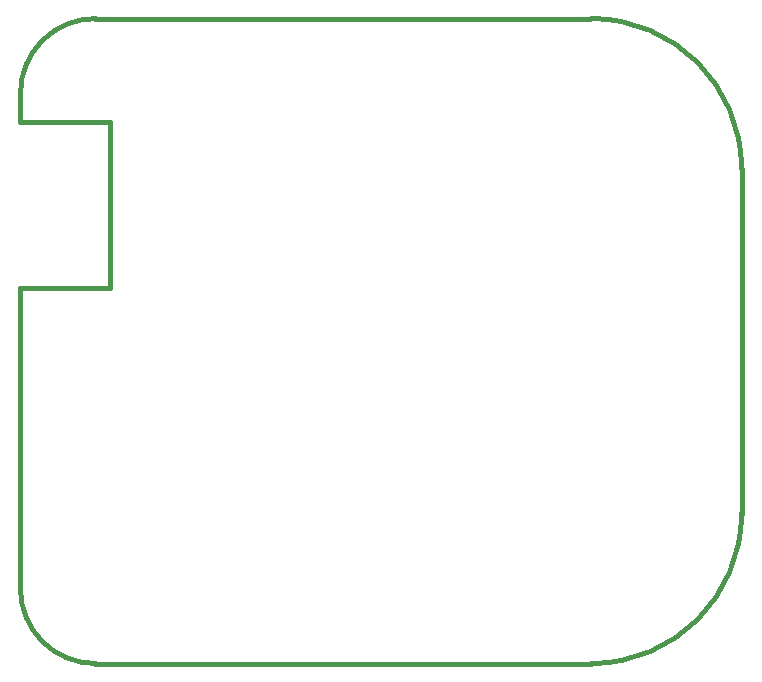
<source format=gbr>
G04 (created by PCBNEW (2013-05-31 BZR 4019)-stable) date 6/26/2014 4:14:42 PM*
%MOIN*%
G04 Gerber Fmt 3.4, Leading zero omitted, Abs format*
%FSLAX34Y34*%
G01*
G70*
G90*
G04 APERTURE LIST*
%ADD10C,0.00590551*%
%ADD11C,0.015*%
G04 APERTURE END LIST*
G54D10*
G54D11*
X2037Y10512D02*
X-14462Y10512D01*
X2062Y-10987D02*
X-14487Y-10987D01*
X-16960Y-8480D02*
X-16960Y1520D01*
X-16960Y8000D02*
X-16960Y7050D01*
X-16950Y7050D02*
X-13975Y7050D01*
X-13975Y1525D02*
X-16950Y1525D01*
X-13975Y7050D02*
X-13975Y1525D01*
X7077Y-5987D02*
X7077Y5512D01*
X7077Y5512D02*
G75*
G03X2077Y10512I-5000J0D01*
G74*
G01*
X2077Y-10987D02*
G75*
G03X7077Y-5987I0J5000D01*
G74*
G01*
X-14462Y10512D02*
G75*
G03X-16962Y8012I0J-2500D01*
G74*
G01*
X-16962Y-8487D02*
G75*
G03X-14462Y-10987I2500J0D01*
G74*
G01*
M02*

</source>
